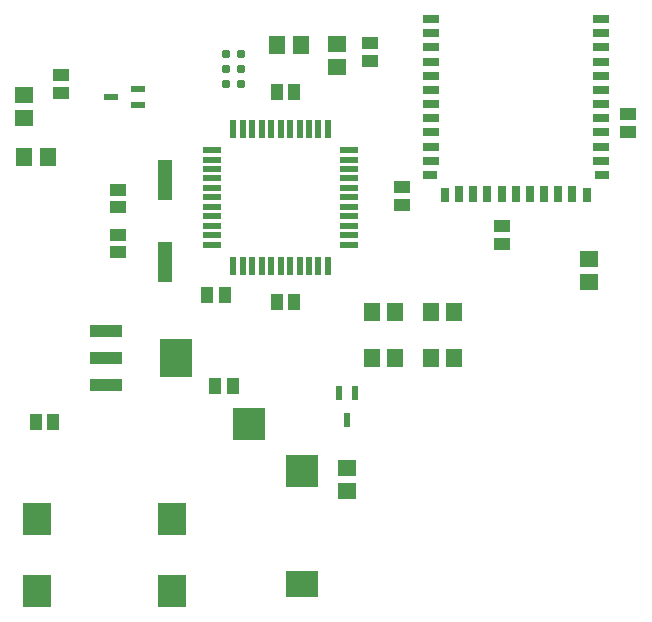
<source format=gtp>
G04 Layer_Color=8421504*
%FSLAX44Y44*%
%MOMM*%
G71*
G01*
G75*
%ADD10R,2.7000X1.0000*%
%ADD11R,2.7000X3.3000*%
%ADD12R,1.1000X1.4000*%
%ADD13R,1.4000X1.1000*%
%ADD14C,0.7874*%
%ADD15R,1.4000X1.5000*%
%ADD16R,1.5000X1.4000*%
%ADD17R,1.2000X3.5000*%
%ADD18R,2.8000X2.8000*%
%ADD19R,2.8000X2.2000*%
%ADD20R,1.3000X0.6000*%
%ADD21R,0.6000X1.3000*%
%ADD22R,1.6000X0.6000*%
%ADD23R,0.6000X1.6000*%
%ADD24R,2.4000X2.8000*%
%ADD25R,1.4000X0.8000*%
%ADD26R,1.2000X0.8000*%
%ADD27R,0.8000X1.2000*%
%ADD28R,0.8000X1.4000*%
D10*
X99500Y238000D02*
D03*
Y215000D02*
D03*
Y192000D02*
D03*
D11*
X158500Y215000D02*
D03*
D12*
X258500Y262000D02*
D03*
X243500D02*
D03*
X206500Y191000D02*
D03*
X191500D02*
D03*
X39500Y161000D02*
D03*
X54500D02*
D03*
X184500Y268000D02*
D03*
X199500D02*
D03*
X243500Y440000D02*
D03*
X258500D02*
D03*
D13*
X323000Y481500D02*
D03*
Y466500D02*
D03*
X434000Y326500D02*
D03*
Y311500D02*
D03*
X61000Y439500D02*
D03*
Y454500D02*
D03*
X541000Y421500D02*
D03*
Y406500D02*
D03*
X350000Y344500D02*
D03*
Y359500D02*
D03*
X109000Y357500D02*
D03*
Y342500D02*
D03*
Y304500D02*
D03*
Y319500D02*
D03*
D14*
X213350Y459600D02*
D03*
X200650Y446900D02*
D03*
Y459600D02*
D03*
X213350Y472300D02*
D03*
X200650D02*
D03*
X213350Y446900D02*
D03*
D15*
X50000Y385000D02*
D03*
X30000D02*
D03*
X264000Y480000D02*
D03*
X244000D02*
D03*
X344000Y215000D02*
D03*
X324000D02*
D03*
X344000Y254000D02*
D03*
X324000D02*
D03*
X374000D02*
D03*
X394000D02*
D03*
X374000Y215000D02*
D03*
X394000D02*
D03*
D16*
X303000Y122000D02*
D03*
Y102000D02*
D03*
X508000Y299000D02*
D03*
Y279000D02*
D03*
X295000Y481000D02*
D03*
Y461000D02*
D03*
X30000Y418000D02*
D03*
Y438000D02*
D03*
D17*
X149000Y296000D02*
D03*
Y366000D02*
D03*
D18*
X220500Y159000D02*
D03*
X265000Y119000D02*
D03*
D19*
Y24000D02*
D03*
D20*
X103750Y436000D02*
D03*
X126250Y442500D02*
D03*
Y429500D02*
D03*
D21*
X303000Y162750D02*
D03*
X296500Y185250D02*
D03*
X309500D02*
D03*
D22*
X305000Y311000D02*
D03*
Y319000D02*
D03*
Y327000D02*
D03*
Y335000D02*
D03*
Y343000D02*
D03*
Y351000D02*
D03*
Y359000D02*
D03*
Y367000D02*
D03*
Y375000D02*
D03*
Y383000D02*
D03*
Y391000D02*
D03*
X189000D02*
D03*
Y383000D02*
D03*
Y375000D02*
D03*
Y367000D02*
D03*
Y359000D02*
D03*
Y351000D02*
D03*
Y343000D02*
D03*
Y335000D02*
D03*
Y327000D02*
D03*
Y319000D02*
D03*
Y311000D02*
D03*
D23*
X287000Y409000D02*
D03*
X279000D02*
D03*
X271000D02*
D03*
X263000D02*
D03*
X255000D02*
D03*
X247000D02*
D03*
X239000D02*
D03*
X231000D02*
D03*
X223000D02*
D03*
X215000D02*
D03*
X207000D02*
D03*
Y293000D02*
D03*
X215000D02*
D03*
X223000D02*
D03*
X231000D02*
D03*
X239000D02*
D03*
X247000D02*
D03*
X255000D02*
D03*
X263000D02*
D03*
X271000D02*
D03*
X279000D02*
D03*
X287000D02*
D03*
D24*
X41000Y18000D02*
D03*
Y79000D02*
D03*
X155000Y18000D02*
D03*
Y79000D02*
D03*
D25*
X374000Y502000D02*
D03*
Y490000D02*
D03*
Y478000D02*
D03*
Y466000D02*
D03*
Y454000D02*
D03*
Y442000D02*
D03*
Y430000D02*
D03*
Y418000D02*
D03*
Y406000D02*
D03*
Y394000D02*
D03*
Y382000D02*
D03*
X518000D02*
D03*
Y394000D02*
D03*
Y406000D02*
D03*
Y418000D02*
D03*
Y430000D02*
D03*
Y442000D02*
D03*
Y454000D02*
D03*
Y466000D02*
D03*
Y478000D02*
D03*
Y490000D02*
D03*
Y502000D02*
D03*
D26*
X373000Y370000D02*
D03*
X519000D02*
D03*
D27*
X386000Y353000D02*
D03*
X506000D02*
D03*
D28*
X398000Y354000D02*
D03*
X410000D02*
D03*
X422000D02*
D03*
X434000D02*
D03*
X446000D02*
D03*
X458000D02*
D03*
X470000D02*
D03*
X482000D02*
D03*
X494000D02*
D03*
M02*

</source>
